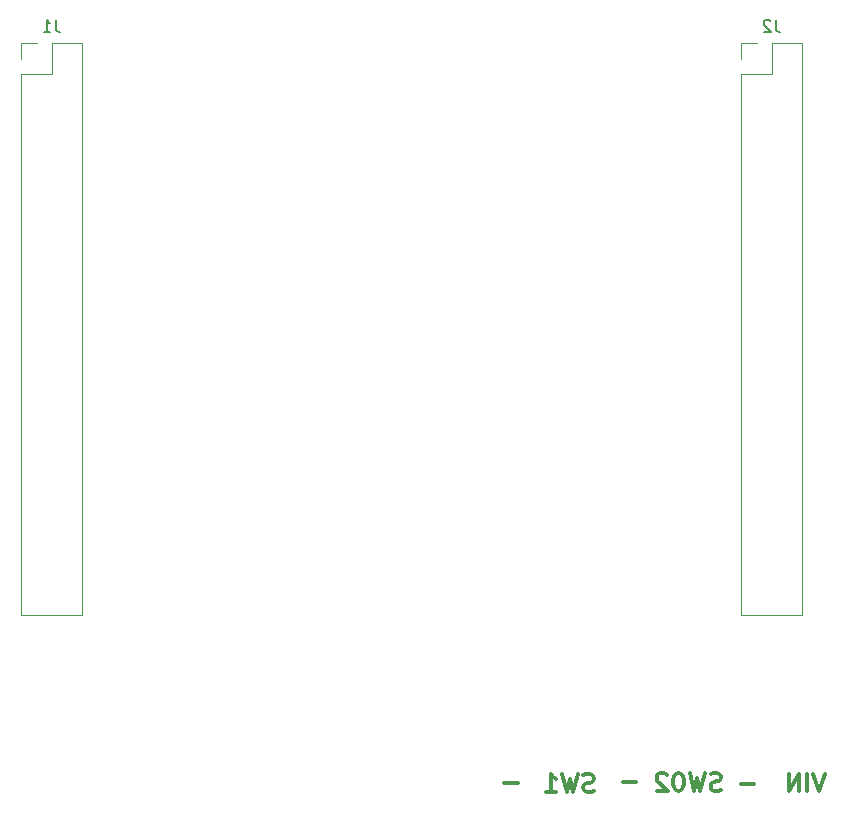
<source format=gbr>
G04 #@! TF.GenerationSoftware,KiCad,Pcbnew,5.0.2-bee76a0~70~ubuntu18.04.1*
G04 #@! TF.CreationDate,2019-08-08T23:41:47+02:00*
G04 #@! TF.ProjectId,adapterBoard,61646170-7465-4724-926f-6172642e6b69,rev?*
G04 #@! TF.SameCoordinates,Original*
G04 #@! TF.FileFunction,Legend,Bot*
G04 #@! TF.FilePolarity,Positive*
%FSLAX46Y46*%
G04 Gerber Fmt 4.6, Leading zero omitted, Abs format (unit mm)*
G04 Created by KiCad (PCBNEW 5.0.2-bee76a0~70~ubuntu18.04.1) date Do 08 Aug 2019 23:41:47 CEST*
%MOMM*%
%LPD*%
G01*
G04 APERTURE LIST*
%ADD10C,0.300000*%
%ADD11C,0.120000*%
%ADD12C,0.150000*%
G04 APERTURE END LIST*
D10*
X194742857Y-106878571D02*
X194242857Y-108378571D01*
X193742857Y-106878571D01*
X193242857Y-108378571D02*
X193242857Y-106878571D01*
X192528571Y-108378571D02*
X192528571Y-106878571D01*
X191671428Y-108378571D01*
X191671428Y-106878571D01*
X188771428Y-107757142D02*
X187628571Y-107757142D01*
X185914285Y-108257142D02*
X185700000Y-108328571D01*
X185342857Y-108328571D01*
X185200000Y-108257142D01*
X185128571Y-108185714D01*
X185057142Y-108042857D01*
X185057142Y-107900000D01*
X185128571Y-107757142D01*
X185200000Y-107685714D01*
X185342857Y-107614285D01*
X185628571Y-107542857D01*
X185771428Y-107471428D01*
X185842857Y-107400000D01*
X185914285Y-107257142D01*
X185914285Y-107114285D01*
X185842857Y-106971428D01*
X185771428Y-106900000D01*
X185628571Y-106828571D01*
X185271428Y-106828571D01*
X185057142Y-106900000D01*
X184557142Y-106828571D02*
X184200000Y-108328571D01*
X183914285Y-107257142D01*
X183628571Y-108328571D01*
X183271428Y-106828571D01*
X182414285Y-106828571D02*
X182271428Y-106828571D01*
X182128571Y-106900000D01*
X182057142Y-106971428D01*
X181985714Y-107114285D01*
X181914285Y-107400000D01*
X181914285Y-107757142D01*
X181985714Y-108042857D01*
X182057142Y-108185714D01*
X182128571Y-108257142D01*
X182271428Y-108328571D01*
X182414285Y-108328571D01*
X182557142Y-108257142D01*
X182628571Y-108185714D01*
X182700000Y-108042857D01*
X182771428Y-107757142D01*
X182771428Y-107400000D01*
X182700000Y-107114285D01*
X182628571Y-106971428D01*
X182557142Y-106900000D01*
X182414285Y-106828571D01*
X181342857Y-106971428D02*
X181271428Y-106900000D01*
X181128571Y-106828571D01*
X180771428Y-106828571D01*
X180628571Y-106900000D01*
X180557142Y-106971428D01*
X180485714Y-107114285D01*
X180485714Y-107257142D01*
X180557142Y-107471428D01*
X181414285Y-108328571D01*
X180485714Y-108328571D01*
X178771428Y-107557142D02*
X177628571Y-107557142D01*
X175150000Y-108357142D02*
X174935714Y-108428571D01*
X174578571Y-108428571D01*
X174435714Y-108357142D01*
X174364285Y-108285714D01*
X174292857Y-108142857D01*
X174292857Y-108000000D01*
X174364285Y-107857142D01*
X174435714Y-107785714D01*
X174578571Y-107714285D01*
X174864285Y-107642857D01*
X175007142Y-107571428D01*
X175078571Y-107500000D01*
X175150000Y-107357142D01*
X175150000Y-107214285D01*
X175078571Y-107071428D01*
X175007142Y-107000000D01*
X174864285Y-106928571D01*
X174507142Y-106928571D01*
X174292857Y-107000000D01*
X173792857Y-106928571D02*
X173435714Y-108428571D01*
X173150000Y-107357142D01*
X172864285Y-108428571D01*
X172507142Y-106928571D01*
X171150000Y-108428571D02*
X172007142Y-108428571D01*
X171578571Y-108428571D02*
X171578571Y-106928571D01*
X171721428Y-107142857D01*
X171864285Y-107285714D01*
X172007142Y-107357142D01*
X168721428Y-107707142D02*
X167578571Y-107707142D01*
D11*
G04 #@! TO.C,J2*
X188950000Y-45050000D02*
X187620000Y-45050000D01*
X187620000Y-45050000D02*
X187620000Y-46380000D01*
X190220000Y-45050000D02*
X190220000Y-47650000D01*
X190220000Y-47650000D02*
X187620000Y-47650000D01*
X187620000Y-47650000D02*
X187620000Y-93430000D01*
X192820000Y-93430000D02*
X187620000Y-93430000D01*
X192820000Y-45050000D02*
X192820000Y-93430000D01*
X192820000Y-45050000D02*
X190220000Y-45050000D01*
G04 #@! TO.C,J1*
X131860000Y-45050000D02*
X129260000Y-45050000D01*
X131860000Y-45050000D02*
X131860000Y-93430000D01*
X131860000Y-93430000D02*
X126660000Y-93430000D01*
X126660000Y-47650000D02*
X126660000Y-93430000D01*
X129260000Y-47650000D02*
X126660000Y-47650000D01*
X129260000Y-45050000D02*
X129260000Y-47650000D01*
X126660000Y-45050000D02*
X126660000Y-46380000D01*
X127990000Y-45050000D02*
X126660000Y-45050000D01*
G04 #@! TO.C,J2*
D12*
X190553333Y-43062380D02*
X190553333Y-43776666D01*
X190600952Y-43919523D01*
X190696190Y-44014761D01*
X190839047Y-44062380D01*
X190934285Y-44062380D01*
X190124761Y-43157619D02*
X190077142Y-43110000D01*
X189981904Y-43062380D01*
X189743809Y-43062380D01*
X189648571Y-43110000D01*
X189600952Y-43157619D01*
X189553333Y-43252857D01*
X189553333Y-43348095D01*
X189600952Y-43490952D01*
X190172380Y-44062380D01*
X189553333Y-44062380D01*
G04 #@! TO.C,J1*
X129593333Y-43062380D02*
X129593333Y-43776666D01*
X129640952Y-43919523D01*
X129736190Y-44014761D01*
X129879047Y-44062380D01*
X129974285Y-44062380D01*
X128593333Y-44062380D02*
X129164761Y-44062380D01*
X128879047Y-44062380D02*
X128879047Y-43062380D01*
X128974285Y-43205238D01*
X129069523Y-43300476D01*
X129164761Y-43348095D01*
G04 #@! TD*
M02*

</source>
